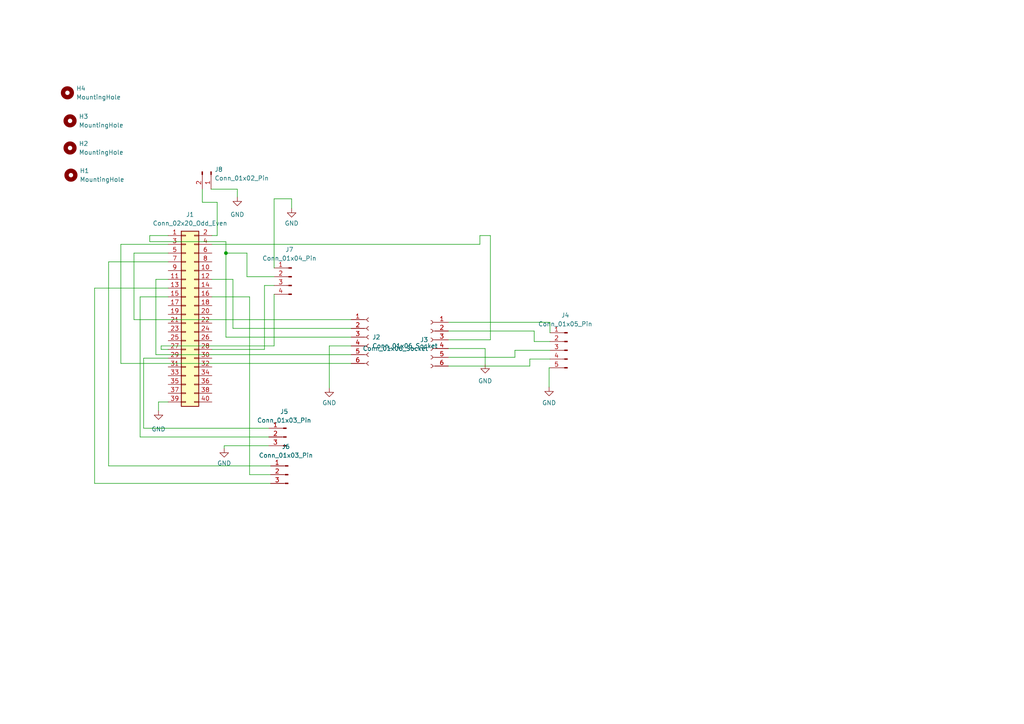
<source format=kicad_sch>
(kicad_sch (version 20230121) (generator eeschema)
  (paper "A4")
  (title_block (title "Vertical Pi1541 Hat") (date "2023-11-05") (rev "v02"))
  (lib_symbols
    (symbol "Connector:Conn_01x02_Pin" (pin_names (offset 1.016) hide)
      (property "Reference" "J" (at 0 2.54 0))
      (property "Value" "Conn_01x02_Pin" (at 0 -5.08 0))
      (symbol "Conn_01x02_Pin_1_1"
        (polyline (pts (xy 1.27 -2.54) (xy 0.8636 -2.54)) (stroke (width 0.1524)))
        (polyline (pts (xy 1.27 0) (xy 0.8636 0)) (stroke (width 0.1524)))
        (rectangle (start 0.8636 -2.413) (end 0 -2.667) (stroke (width 0.1524)) (fill (type outline)))
        (rectangle (start 0.8636 0.127) (end 0 -0.127) (stroke (width 0.1524)) (fill (type outline)))
        (pin passive line (at 5.08 0 180) (length 3.81) (name "Pin_1") (number "1"))
        (pin passive line (at 5.08 -2.54 180) (length 3.81) (name "Pin_2") (number "2"))
      )
    )
    (symbol "Connector:Conn_01x03_Pin" (pin_names (offset 1.016) hide)
      (property "Reference" "J" (at 0 5.08 0))
      (property "Value" "Conn_01x03_Pin" (at 0 -5.08 0))
      (symbol "Conn_01x03_Pin_1_1"
        (polyline (pts (xy 1.27 -2.54) (xy 0.8636 -2.54)) (stroke (width 0.1524)))
        (polyline (pts (xy 1.27 0) (xy 0.8636 0)) (stroke (width 0.1524)))
        (polyline (pts (xy 1.27 2.54) (xy 0.8636 2.54)) (stroke (width 0.1524)))
        (rectangle (start 0.8636 -2.413) (end 0 -2.667) (stroke (width 0.1524)) (fill (type outline)))
        (rectangle (start 0.8636 0.127) (end 0 -0.127) (stroke (width 0.1524)) (fill (type outline)))
        (rectangle (start 0.8636 2.667) (end 0 2.413) (stroke (width 0.1524)) (fill (type outline)))
        (pin passive line (at 5.08 2.54 180) (length 3.81) (name "Pin_1") (number "1"))
        (pin passive line (at 5.08 0 180) (length 3.81) (name "Pin_2") (number "2"))
        (pin passive line (at 5.08 -2.54 180) (length 3.81) (name "Pin_3") (number "3"))
      )
    )
    (symbol "Connector:Conn_01x04_Pin" (pin_names (offset 1.016) hide)
      (property "Reference" "J" (at 0 5.08 0))
      (property "Value" "Conn_01x04_Pin" (at 0 -7.62 0))
      (symbol "Conn_01x04_Pin_1_1"
        (polyline (pts (xy 1.27 -5.08) (xy 0.8636 -5.08)) (stroke (width 0.1524)))
        (polyline (pts (xy 1.27 -2.54) (xy 0.8636 -2.54)) (stroke (width 0.1524)))
        (polyline (pts (xy 1.27 0) (xy 0.8636 0)) (stroke (width 0.1524)))
        (polyline (pts (xy 1.27 2.54) (xy 0.8636 2.54)) (stroke (width 0.1524)))
        (rectangle (start 0.8636 -4.953) (end 0 -5.207) (stroke (width 0.1524)) (fill (type outline)))
        (rectangle (start 0.8636 -2.413) (end 0 -2.667) (stroke (width 0.1524)) (fill (type outline)))
        (rectangle (start 0.8636 0.127) (end 0 -0.127) (stroke (width 0.1524)) (fill (type outline)))
        (rectangle (start 0.8636 2.667) (end 0 2.413) (stroke (width 0.1524)) (fill (type outline)))
        (pin passive line (at 5.08 2.54 180) (length 3.81) (name "Pin_1") (number "1"))
        (pin passive line (at 5.08 0 180) (length 3.81) (name "Pin_2") (number "2"))
        (pin passive line (at 5.08 -2.54 180) (length 3.81) (name "Pin_3") (number "3"))
        (pin passive line (at 5.08 -5.08 180) (length 3.81) (name "Pin_4") (number "4"))
      )
    )
    (symbol "Connector:Conn_01x05_Pin" (pin_names (offset 1.016) hide)
      (property "Reference" "J" (at 0 7.62 0))
      (property "Value" "Conn_01x05_Pin" (at 0 -7.62 0))
      (symbol "Conn_01x05_Pin_1_1"
        (polyline (pts (xy 1.27 -5.08) (xy 0.8636 -5.08)) (stroke (width 0.1524)))
        (polyline (pts (xy 1.27 -2.54) (xy 0.8636 -2.54)) (stroke (width 0.1524)))
        (polyline (pts (xy 1.27 0) (xy 0.8636 0)) (stroke (width 0.1524)))
        (polyline (pts (xy 1.27 2.54) (xy 0.8636 2.54)) (stroke (width 0.1524)))
        (polyline (pts (xy 1.27 5.08) (xy 0.8636 5.08)) (stroke (width 0.1524)))
        (rectangle (start 0.8636 -4.953) (end 0 -5.207) (stroke (width 0.1524)) (fill (type outline)))
        (rectangle (start 0.8636 -2.413) (end 0 -2.667) (stroke (width 0.1524)) (fill (type outline)))
        (rectangle (start 0.8636 0.127) (end 0 -0.127) (stroke (width 0.1524)) (fill (type outline)))
        (rectangle (start 0.8636 2.667) (end 0 2.413) (stroke (width 0.1524)) (fill (type outline)))
        (rectangle (start 0.8636 5.207) (end 0 4.953) (stroke (width 0.1524)) (fill (type outline)))
        (pin passive line (at 5.08 5.08 180) (length 3.81) (name "Pin_1") (number "1"))
        (pin passive line (at 5.08 2.54 180) (length 3.81) (name "Pin_2") (number "2"))
        (pin passive line (at 5.08 0 180) (length 3.81) (name "Pin_3") (number "3"))
        (pin passive line (at 5.08 -2.54 180) (length 3.81) (name "Pin_4") (number "4"))
        (pin passive line (at 5.08 -5.08 180) (length 3.81) (name "Pin_5") (number "5"))
      )
    )
    (symbol "Connector:Conn_01x06_Socket" (pin_names (offset 1.016) hide)
      (property "Reference" "J" (at 0 7.62 0))
      (property "Value" "Conn_01x06_Socket" (at 0 -10.16 0))
      (symbol "Conn_01x06_Socket_1_1"
        (arc (start 0 -7.112) (mid -0.5058 -7.62) (end 0 -8.128) (stroke (width 0.1524)))
        (arc (start 0 -4.572) (mid -0.5058 -5.08) (end 0 -5.588) (stroke (width 0.1524)))
        (arc (start 0 -2.032) (mid -0.5058 -2.54) (end 0 -3.048) (stroke (width 0.1524)))
        (polyline (pts (xy -1.27 -7.62) (xy -0.508 -7.62)) (stroke (width 0.1524)))
        (polyline (pts (xy -1.27 -5.08) (xy -0.508 -5.08)) (stroke (width 0.1524)))
        (polyline (pts (xy -1.27 -2.54) (xy -0.508 -2.54)) (stroke (width 0.1524)))
        (polyline (pts (xy -1.27 0) (xy -0.508 0)) (stroke (width 0.1524)))
        (polyline (pts (xy -1.27 2.54) (xy -0.508 2.54)) (stroke (width 0.1524)))
        (polyline (pts (xy -1.27 5.08) (xy -0.508 5.08)) (stroke (width 0.1524)))
        (arc (start 0 0.508) (mid -0.5058 0) (end 0 -0.508) (stroke (width 0.1524)))
        (arc (start 0 3.048) (mid -0.5058 2.54) (end 0 2.032) (stroke (width 0.1524)))
        (arc (start 0 5.588) (mid -0.5058 5.08) (end 0 4.572) (stroke (width 0.1524)))
        (pin passive line (at -5.08 5.08 0) (length 3.81) (name "Pin_1") (number "1"))
        (pin passive line (at -5.08 2.54 0) (length 3.81) (name "Pin_2") (number "2"))
        (pin passive line (at -5.08 0 0) (length 3.81) (name "Pin_3") (number "3"))
        (pin passive line (at -5.08 -2.54 0) (length 3.81) (name "Pin_4") (number "4"))
        (pin passive line (at -5.08 -5.08 0) (length 3.81) (name "Pin_5") (number "5"))
        (pin passive line (at -5.08 -7.62 0) (length 3.81) (name "Pin_6") (number "6"))
      )
    )
    (symbol "Connector_Generic:Conn_02x20_Odd_Even" (pin_names (offset 1.016) hide)
      (property "Reference" "J" (at 1.27 25.4 0))
      (property "Value" "Conn_02x20_Odd_Even" (at 1.27 -27.94 0))
      (symbol "Conn_02x20_Odd_Even_1_1"
        (rectangle (start -1.27 -25.273) (end 0 -25.527) (stroke (width 0.1524)))
        (rectangle (start -1.27 -22.733) (end 0 -22.987) (stroke (width 0.1524)))
        (rectangle (start -1.27 -20.193) (end 0 -20.447) (stroke (width 0.1524)))
        (rectangle (start -1.27 -17.653) (end 0 -17.907) (stroke (width 0.1524)))
        (rectangle (start -1.27 -15.113) (end 0 -15.367) (stroke (width 0.1524)))
        (rectangle (start -1.27 -12.573) (end 0 -12.827) (stroke (width 0.1524)))
        (rectangle (start -1.27 -10.033) (end 0 -10.287) (stroke (width 0.1524)))
        (rectangle (start -1.27 -7.493) (end 0 -7.747) (stroke (width 0.1524)))
        (rectangle (start -1.27 -4.953) (end 0 -5.207) (stroke (width 0.1524)))
        (rectangle (start -1.27 -2.413) (end 0 -2.667) (stroke (width 0.1524)))
        (rectangle (start -1.27 0.127) (end 0 -0.127) (stroke (width 0.1524)))
        (rectangle (start -1.27 2.667) (end 0 2.413) (stroke (width 0.1524)))
        (rectangle (start -1.27 5.207) (end 0 4.953) (stroke (width 0.1524)))
        (rectangle (start -1.27 7.747) (end 0 7.493) (stroke (width 0.1524)))
        (rectangle (start -1.27 10.287) (end 0 10.033) (stroke (width 0.1524)))
        (rectangle (start -1.27 12.827) (end 0 12.573) (stroke (width 0.1524)))
        (rectangle (start -1.27 15.367) (end 0 15.113) (stroke (width 0.1524)))
        (rectangle (start -1.27 17.907) (end 0 17.653) (stroke (width 0.1524)))
        (rectangle (start -1.27 20.447) (end 0 20.193) (stroke (width 0.1524)))
        (rectangle (start -1.27 22.987) (end 0 22.733) (stroke (width 0.1524)))
        (rectangle (start -1.27 24.13) (end 3.81 -26.67) (stroke (width 0.254)) (fill (type background)))
        (rectangle (start 3.81 -25.273) (end 2.54 -25.527) (stroke (width 0.1524)))
        (rectangle (start 3.81 -22.733) (end 2.54 -22.987) (stroke (width 0.1524)))
        (rectangle (start 3.81 -20.193) (end 2.54 -20.447) (stroke (width 0.1524)))
        (rectangle (start 3.81 -17.653) (end 2.54 -17.907) (stroke (width 0.1524)))
        (rectangle (start 3.81 -15.113) (end 2.54 -15.367) (stroke (width 0.1524)))
        (rectangle (start 3.81 -12.573) (end 2.54 -12.827) (stroke (width 0.1524)))
        (rectangle (start 3.81 -10.033) (end 2.54 -10.287) (stroke (width 0.1524)))
        (rectangle (start 3.81 -7.493) (end 2.54 -7.747) (stroke (width 0.1524)))
        (rectangle (start 3.81 -4.953) (end 2.54 -5.207) (stroke (width 0.1524)))
        (rectangle (start 3.81 -2.413) (end 2.54 -2.667) (stroke (width 0.1524)))
        (rectangle (start 3.81 0.127) (end 2.54 -0.127) (stroke (width 0.1524)))
        (rectangle (start 3.81 2.667) (end 2.54 2.413) (stroke (width 0.1524)))
        (rectangle (start 3.81 5.207) (end 2.54 4.953) (stroke (width 0.1524)))
        (rectangle (start 3.81 7.747) (end 2.54 7.493) (stroke (width 0.1524)))
        (rectangle (start 3.81 10.287) (end 2.54 10.033) (stroke (width 0.1524)))
        (rectangle (start 3.81 12.827) (end 2.54 12.573) (stroke (width 0.1524)))
        (rectangle (start 3.81 15.367) (end 2.54 15.113) (stroke (width 0.1524)))
        (rectangle (start 3.81 17.907) (end 2.54 17.653) (stroke (width 0.1524)))
        (rectangle (start 3.81 20.447) (end 2.54 20.193) (stroke (width 0.1524)))
        (rectangle (start 3.81 22.987) (end 2.54 22.733) (stroke (width 0.1524)))
        (pin passive line (at -5.08 22.86 0) (length 3.81) (name "Pin_1") (number "1"))
        (pin passive line (at 7.62 12.7 180) (length 3.81) (name "Pin_10") (number "10"))
        (pin passive line (at -5.08 10.16 0) (length 3.81) (name "Pin_11") (number "11"))
        (pin passive line (at 7.62 10.16 180) (length 3.81) (name "Pin_12") (number "12"))
        (pin passive line (at -5.08 7.62 0) (length 3.81) (name "Pin_13") (number "13"))
        (pin passive line (at 7.62 7.62 180) (length 3.81) (name "Pin_14") (number "14"))
        (pin passive line (at -5.08 5.08 0) (length 3.81) (name "Pin_15") (number "15"))
        (pin passive line (at 7.62 5.08 180) (length 3.81) (name "Pin_16") (number "16"))
        (pin passive line (at -5.08 2.54 0) (length 3.81) (name "Pin_17") (number "17"))
        (pin passive line (at 7.62 2.54 180) (length 3.81) (name "Pin_18") (number "18"))
        (pin passive line (at -5.08 0 0) (length 3.81) (name "Pin_19") (number "19"))
        (pin passive line (at 7.62 22.86 180) (length 3.81) (name "Pin_2") (number "2"))
        (pin passive line (at 7.62 0 180) (length 3.81) (name "Pin_20") (number "20"))
        (pin passive line (at -5.08 -2.54 0) (length 3.81) (name "Pin_21") (number "21"))
        (pin passive line (at 7.62 -2.54 180) (length 3.81) (name "Pin_22") (number "22"))
        (pin passive line (at -5.08 -5.08 0) (length 3.81) (name "Pin_23") (number "23"))
        (pin passive line (at 7.62 -5.08 180) (length 3.81) (name "Pin_24") (number "24"))
        (pin passive line (at -5.08 -7.62 0) (length 3.81) (name "Pin_25") (number "25"))
        (pin passive line (at 7.62 -7.62 180) (length 3.81) (name "Pin_26") (number "26"))
        (pin passive line (at -5.08 -10.16 0) (length 3.81) (name "Pin_27") (number "27"))
        (pin passive line (at 7.62 -10.16 180) (length 3.81) (name "Pin_28") (number "28"))
        (pin passive line (at -5.08 -12.7 0) (length 3.81) (name "Pin_29") (number "29"))
        (pin passive line (at -5.08 20.32 0) (length 3.81) (name "Pin_3") (number "3"))
        (pin passive line (at 7.62 -12.7 180) (length 3.81) (name "Pin_30") (number "30"))
        (pin passive line (at -5.08 -15.24 0) (length 3.81) (name "Pin_31") (number "31"))
        (pin passive line (at 7.62 -15.24 180) (length 3.81) (name "Pin_32") (number "32"))
        (pin passive line (at -5.08 -17.78 0) (length 3.81) (name "Pin_33") (number "33"))
        (pin passive line (at 7.62 -17.78 180) (length 3.81) (name "Pin_34") (number "34"))
        (pin passive line (at -5.08 -20.32 0) (length 3.81) (name "Pin_35") (number "35"))
        (pin passive line (at 7.62 -20.32 180) (length 3.81) (name "Pin_36") (number "36"))
        (pin passive line (at -5.08 -22.86 0) (length 3.81) (name "Pin_37") (number "37"))
        (pin passive line (at 7.62 -22.86 180) (length 3.81) (name "Pin_38") (number "38"))
        (pin passive line (at -5.08 -25.4 0) (length 3.81) (name "Pin_39") (number "39"))
        (pin passive line (at 7.62 20.32 180) (length 3.81) (name "Pin_4") (number "4"))
        (pin passive line (at 7.62 -25.4 180) (length 3.81) (name "Pin_40") (number "40"))
        (pin passive line (at -5.08 17.78 0) (length 3.81) (name "Pin_5") (number "5"))
        (pin passive line (at 7.62 17.78 180) (length 3.81) (name "Pin_6") (number "6"))
        (pin passive line (at -5.08 15.24 0) (length 3.81) (name "Pin_7") (number "7"))
        (pin passive line (at 7.62 15.24 180) (length 3.81) (name "Pin_8") (number "8"))
        (pin passive line (at -5.08 12.7 0) (length 3.81) (name "Pin_9") (number "9"))
      )
    )
    (symbol "Mechanical:MountingHole" (pin_names (offset 1.016))
      (property "Reference" "H" (at 0 5.08 0))
      (property "Value" "MountingHole" (at 0 3.175 0))
      (symbol "MountingHole_0_1"
        (circle (center 0 0) (radius 1.27) (stroke (width 1.27)))
      )
    )
    (symbol "power:GND" (power) (pin_names (offset 0))
      (property "Value" "GND" (at 0 -3.81 0))
      (symbol "GND_0_1"
        (polyline (pts (xy 0 0) (xy 0 -1.27) (xy 1.27 -1.27) (xy 0 -2.54) (xy -1.27 -1.27) (xy 0 -1.27)))
      )
      (symbol "GND_1_1"
        (pin power_in line (at 0 0 270) (length 0) hide (name "GND") (number "1"))
      )
    )
  )
  (junction (at 65.532 73.406))
  (wire (pts (xy 43.434 68.326) (xy 48.768 68.326)))
  (wire (pts (xy 46.736 100.33) (xy 46.736 101.346)))
  (wire (pts (xy 77.978 124.206) (xy 41.656 124.206)))
  (wire (pts (xy 27.432 140.208) (xy 27.432 83.566)))
  (wire (pts (xy 65.532 70.104) (xy 43.434 70.104)))
  (wire (pts (xy 58.674 58.674) (xy 58.674 54.864)))
  (wire (pts (xy 142.24 68.326) (xy 142.24 98.552)))
  (wire (pts (xy 95.504 100.33) (xy 95.504 112.522)))
  (wire (pts (xy 154.94 96.012) (xy 130.048 96.012)))
  (wire (pts (xy 79.502 100.33) (xy 46.736 100.33)))
  (wire (pts (xy 159.258 106.68) (xy 159.258 112.268)))
  (wire (pts (xy 159.512 99.06) (xy 154.94 99.06)))
  (wire (pts (xy 45.212 81.026) (xy 48.768 81.026)))
  (wire (pts (xy 130.048 106.172) (xy 153.67 106.172)))
  (wire (pts (xy 38.862 73.406) (xy 48.768 73.406)))
  (wire (pts (xy 101.854 100.33) (xy 95.504 100.33)))
  (wire (pts (xy 62.992 68.326) (xy 62.992 58.674)))
  (wire (pts (xy 65.532 97.79) (xy 65.532 73.406)))
  (wire (pts (xy 101.854 105.41) (xy 35.052 105.41)))
  (wire (pts (xy 76.708 82.804) (xy 76.708 101.346)))
  (wire (pts (xy 41.656 124.206) (xy 41.656 103.886)))
  (wire (pts (xy 40.64 126.746) (xy 40.64 86.106)))
  (wire (pts (xy 101.854 92.71) (xy 38.862 92.71)))
  (wire (pts (xy 159.512 93.472) (xy 159.512 96.52)))
  (wire (pts (xy 31.496 135.128) (xy 31.496 75.946)))
  (wire (pts (xy 149.352 103.632) (xy 149.352 101.6)))
  (wire (pts (xy 41.656 103.886) (xy 48.768 103.886)))
  (wire (pts (xy 130.048 101.092) (xy 140.716 101.092)))
  (wire (pts (xy 78.486 140.208) (xy 27.432 140.208)))
  (wire (pts (xy 38.862 92.71) (xy 38.862 73.406)))
  (wire (pts (xy 35.052 70.866) (xy 48.768 70.866)))
  (wire (pts (xy 101.854 102.87) (xy 45.212 102.87)))
  (wire (pts (xy 48.768 116.586) (xy 45.974 116.586)))
  (wire (pts (xy 35.052 70.866) (xy 35.052 105.41)))
  (wire (pts (xy 67.564 95.25) (xy 67.564 81.026)))
  (wire (pts (xy 139.192 70.866) (xy 139.192 68.326)))
  (wire (pts (xy 65.024 129.286) (xy 77.978 129.286)))
  (wire (pts (xy 43.434 70.104) (xy 43.434 68.326)))
  (wire (pts (xy 77.978 126.746) (xy 40.64 126.746)))
  (wire (pts (xy 101.854 97.79) (xy 65.532 97.79)))
  (wire (pts (xy 46.736 101.346) (xy 48.768 101.346)))
  (wire (pts (xy 79.502 77.724) (xy 79.502 57.658)))
  (wire (pts (xy 153.67 104.14) (xy 159.512 104.14)))
  (wire (pts (xy 130.048 93.472) (xy 159.512 93.472)))
  (wire (pts (xy 65.532 73.406) (xy 65.532 70.104)))
  (wire (pts (xy 71.628 80.264) (xy 71.628 73.406)))
  (wire (pts (xy 79.502 85.344) (xy 79.502 100.33)))
  (wire (pts (xy 79.502 82.804) (xy 76.708 82.804)))
  (wire (pts (xy 78.486 135.128) (xy 31.496 135.128)))
  (wire (pts (xy 79.502 57.658) (xy 84.582 57.658)))
  (wire (pts (xy 101.854 95.25) (xy 67.564 95.25)))
  (wire (pts (xy 27.432 83.566) (xy 48.768 83.566)))
  (wire (pts (xy 40.64 86.106) (xy 48.768 86.106)))
  (wire (pts (xy 61.468 101.346) (xy 76.708 101.346)))
  (wire (pts (xy 58.674 58.674) (xy 62.992 58.674)))
  (wire (pts (xy 84.582 57.658) (xy 84.582 60.452)))
  (wire (pts (xy 61.468 70.866) (xy 139.192 70.866)))
  (wire (pts (xy 154.94 99.06) (xy 154.94 96.012)))
  (wire (pts (xy 61.214 54.864) (xy 68.834 54.864)))
  (wire (pts (xy 71.628 73.406) (xy 65.532 73.406)))
  (wire (pts (xy 140.716 101.092) (xy 140.716 105.664)))
  (wire (pts (xy 65.024 130.048) (xy 65.024 129.286)))
  (wire (pts (xy 149.352 101.6) (xy 159.512 101.6)))
  (wire (pts (xy 31.496 75.946) (xy 48.768 75.946)))
  (wire (pts (xy 67.564 81.026) (xy 61.468 81.026)))
  (wire (pts (xy 139.192 68.326) (xy 142.24 68.326)))
  (wire (pts (xy 130.048 103.632) (xy 149.352 103.632)))
  (wire (pts (xy 61.468 86.106) (xy 72.39 86.106)))
  (wire (pts (xy 78.486 137.668) (xy 72.39 137.668)))
  (wire (pts (xy 72.39 137.668) (xy 72.39 86.106)))
  (wire (pts (xy 68.834 54.864) (xy 68.834 57.15)))
  (wire (pts (xy 130.048 98.552) (xy 142.24 98.552)))
  (wire (pts (xy 45.974 116.586) (xy 45.974 119.126)))
  (wire (pts (xy 79.502 80.264) (xy 71.628 80.264)))
  (wire (pts (xy 153.67 106.172) (xy 153.67 104.14)))
  (wire (pts (xy 61.468 68.326) (xy 62.992 68.326)))
  (wire (pts (xy 45.212 102.87) (xy 45.212 81.026)))
  (wire (pts (xy 159.512 106.68) (xy 159.258 106.68)))
  (symbol (lib_id "power:GND") (at 159.258 112.268 0) (unit 1)
    (property "Reference" "#PWR03" (effects hide))
    (property "Value" "GND" (at 159.258 116.84 0))
  )
  (symbol (lib_id "power:GND") (at 68.834 57.15 0) (unit 1)
    (property "Reference" "#PWR07" (effects hide))
    (property "Value" "GND" (at 68.834 62.23 0))
  )
  (symbol (lib_id "power:GND") (at 65.024 130.048 0) (unit 1)
    (property "Reference" "#PWR02" (effects hide))
    (property "Value" "GND" (at 65.024 134.366 0))
  )
  (symbol (lib_id "Mechanical:MountingHole") (at 20.32 35.052 0) (unit 1)
    (property "Reference" "H3" (at 22.86 33.782 0) (effects (justify left)))
    (property "Value" "MountingHole" (at 22.86 36.322 0) (effects (justify left)))
    (property "Footprint" "MountingHole:MountingHole_2.7mm_M2.5" (effects hide))
  )
  (symbol (lib_id "Connector:Conn_01x03_Pin") (at 83.566 137.668 0) (mirror y) (unit 1)
    (property "Reference" "J6" (at 82.931 129.54 0))
    (property "Value" "Conn_01x03_Pin" (at 82.931 132.08 0))
    (property "Footprint" "Custom:PinHeader_1x03_P2.54mm_Vertical_Nav" (effects hide))
  )
  (symbol (lib_id "Mechanical:MountingHole") (at 20.32 42.926 0) (unit 1)
    (property "Reference" "H2" (at 22.86 41.656 0) (effects (justify left)))
    (property "Value" "MountingHole" (at 22.86 44.196 0) (effects (justify left)))
    (property "Footprint" "MountingHole:MountingHole_2.7mm_M2.5" (effects hide))
  )
  (symbol (lib_id "Connector:Conn_01x05_Pin") (at 164.592 101.6 0) (mirror y) (unit 1)
    (property "Reference" "J4" (at 163.957 91.44 0))
    (property "Value" "Conn_01x05_Pin" (at 163.957 93.98 0))
    (property "Footprint" "Connector_PinHeader_2.54mm:PinHeader_1x05_P2.54mm_Vertical" (effects hide))
  )
  (symbol (lib_id "Connector:Conn_01x03_Pin") (at 83.058 126.746 0) (mirror y) (unit 1)
    (property "Reference" "J5" (at 82.423 119.38 0))
    (property "Value" "Conn_01x03_Pin" (at 82.423 121.92 0))
    (property "Footprint" "Custom:PinHeader_1x03_P2.54mm_Vertical_Nav" (effects hide))
  )
  (symbol (lib_id "Connector:Conn_01x04_Pin") (at 84.582 80.264 0) (mirror y) (unit 1)
    (property "Reference" "J7" (at 83.947 72.39 0))
    (property "Value" "Conn_01x04_Pin" (at 83.947 74.93 0))
    (property "Footprint" "Connector_PinHeader_2.54mm:PinHeader_1x04_P2.54mm_Vertical" (effects hide))
  )
  (symbol (lib_id "power:GND") (at 45.974 119.126 0) (unit 1)
    (property "Reference" "#PWR09" (effects hide))
    (property "Value" "GND" (at 45.974 124.46 0))
  )
  (symbol (lib_id "Connector:Conn_01x06_Socket") (at 124.968 98.552 0) (mirror y) (unit 1)
    (property "Reference" "J3" (at 124.206 98.552 0) (effects (justify left)))
    (property "Value" "Conn_01x06_Socket" (at 124.206 101.092 0) (effects (justify left)))
    (property "Footprint" "Connector_PinHeader_2.54mm:PinHeader_1x06_P2.54mm_Vertical" (effects hide))
  )
  (symbol (lib_id "Connector_Generic:Conn_02x20_Odd_Even") (at 53.848 91.186 0) (unit 1)
    (property "Reference" "J1" (at 55.118 62.23 0))
    (property "Value" "Conn_02x20_Odd_Even" (at 55.118 64.77 0))
    (property "Footprint" "Connector_PinHeader_2.54mm:PinHeader_2x20_P2.54mm_Vertical" (effects hide))
  )
  (symbol (lib_id "power:GND") (at 140.716 105.664 0) (unit 1)
    (property "Reference" "#PWR01" (effects hide))
    (property "Value" "GND" (at 140.716 110.49 0))
  )
  (symbol (lib_id "Mechanical:MountingHole") (at 20.574 50.8 0) (unit 1)
    (property "Reference" "H1" (at 23.114 49.53 0) (effects (justify left)))
    (property "Value" "MountingHole" (at 23.114 52.07 0) (effects (justify left)))
    (property "Footprint" "MountingHole:MountingHole_2.7mm_M2.5" (effects hide))
  )
  (symbol (lib_id "Connector:Conn_01x02_Pin") (at 61.214 49.784 270) (unit 1)
    (property "Reference" "J8" (at 62.23 49.149 90) (effects (justify left)))
    (property "Value" "Conn_01x02_Pin" (at 62.23 51.689 90) (effects (justify left)))
    (property "Footprint" "Connector_PinHeader_2.54mm:PinHeader_1x02_P2.54mm_Vertical" (effects hide))
  )
  (symbol (lib_id "Connector:Conn_01x06_Socket") (at 106.934 97.79 0) (unit 1)
    (property "Reference" "J2" (at 107.95 97.79 0) (effects (justify left)))
    (property "Value" "Conn_01x06_Socket" (at 107.95 100.33 0) (effects (justify left)))
    (property "Footprint" "Connector_PinHeader_2.54mm:PinHeader_1x06_P2.54mm_Vertical" (effects hide))
  )
  (symbol (lib_id "Mechanical:MountingHole") (at 19.558 26.924 0) (unit 1)
    (property "Reference" "H4" (at 22.098 25.654 0) (effects (justify left)))
    (property "Value" "MountingHole" (at 22.098 28.194 0) (effects (justify left)))
    (property "Footprint" "MountingHole:MountingHole_2.7mm_M2.5" (effects hide))
  )
  (symbol (lib_id "power:GND") (at 95.504 112.522 0) (unit 1)
    (property "Reference" "#PWR04" (effects hide))
    (property "Value" "GND" (at 95.504 116.84 0))
  )
  (symbol (lib_id "power:GND") (at 84.582 60.452 0) (unit 1)
    (property "Reference" "#PWR06" (effects hide))
    (property "Value" "GND" (at 84.582 64.77 0))
  )
)
</source>
